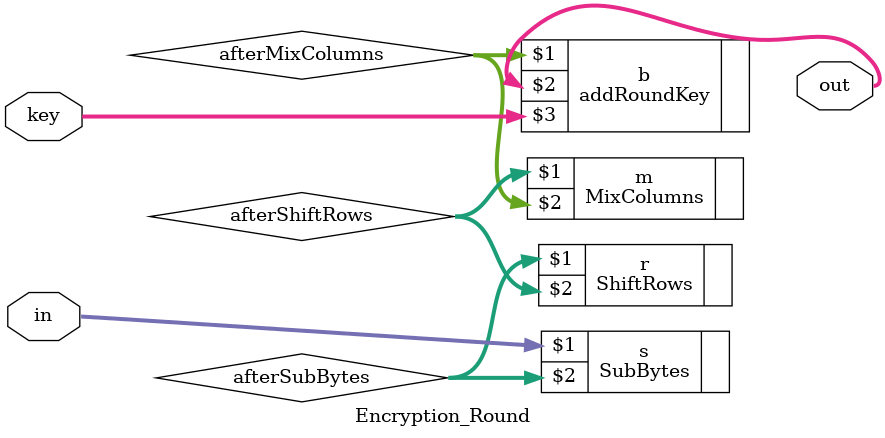
<source format=v>
module Encryption_Round(in,key,out);

input [127:0] in;
output [127:0] out;
input [127:0] key;

wire [127:0] afterSubBytes;
wire [127:0] afterShiftRows;
wire [127:0] afterMixColumns;
wire [127:0] afterAddroundKey;

SubBytes s(in,afterSubBytes);
ShiftRows r(afterSubBytes,afterShiftRows);
MixColumns m(afterShiftRows,afterMixColumns);
addRoundKey b(afterMixColumns,out,key);
		
endmodule
</source>
